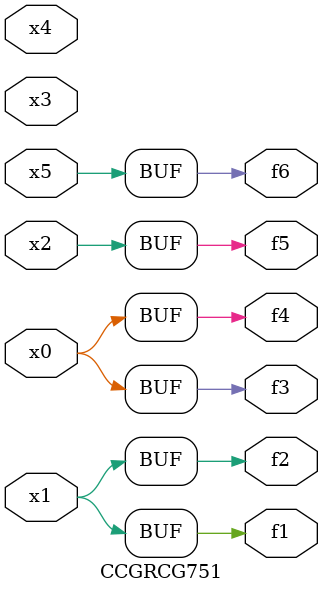
<source format=v>
module CCGRCG751(
	input x0, x1, x2, x3, x4, x5,
	output f1, f2, f3, f4, f5, f6
);
	assign f1 = x1;
	assign f2 = x1;
	assign f3 = x0;
	assign f4 = x0;
	assign f5 = x2;
	assign f6 = x5;
endmodule

</source>
